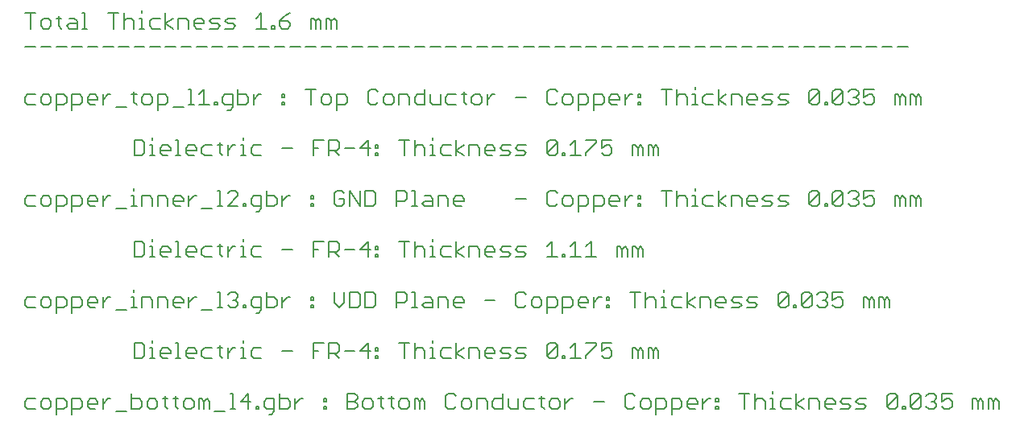
<source format=gbr>
G04 EAGLE Gerber X2 export*
%TF.Part,Single*%
%TF.FileFunction,Other,Other*%
%TF.FilePolarity,Positive*%
%TF.GenerationSoftware,Autodesk,EAGLE,8.6.3*%
%TF.CreationDate,2018-03-24T11:36:11Z*%
G75*
%MOMM*%
%FSLAX34Y34*%
%LPD*%
%AMOC8*
5,1,8,0,0,1.08239X$1,22.5*%
G01*
%ADD10C,0.152400*%


D10*
X406969Y411874D02*
X406969Y428144D01*
X401546Y428144D02*
X412393Y428144D01*
X420629Y411874D02*
X426053Y411874D01*
X428764Y414586D01*
X428764Y420009D01*
X426053Y422721D01*
X420629Y422721D01*
X417918Y420009D01*
X417918Y414586D01*
X420629Y411874D01*
X437001Y414586D02*
X437001Y425432D01*
X437001Y414586D02*
X439712Y411874D01*
X439712Y422721D02*
X434289Y422721D01*
X447915Y422721D02*
X453338Y422721D01*
X456050Y420009D01*
X456050Y411874D01*
X447915Y411874D01*
X445204Y414586D01*
X447915Y417297D01*
X456050Y417297D01*
X461575Y428144D02*
X464287Y428144D01*
X464287Y411874D01*
X466998Y411874D02*
X461575Y411874D01*
X494284Y411874D02*
X494284Y428144D01*
X488861Y428144D02*
X499708Y428144D01*
X505233Y428144D02*
X505233Y411874D01*
X505233Y420009D02*
X507944Y422721D01*
X513368Y422721D01*
X516079Y420009D01*
X516079Y411874D01*
X521604Y422721D02*
X524316Y422721D01*
X524316Y411874D01*
X527027Y411874D02*
X521604Y411874D01*
X524316Y428144D02*
X524316Y430856D01*
X535230Y422721D02*
X543365Y422721D01*
X535230Y422721D02*
X532519Y420009D01*
X532519Y414586D01*
X535230Y411874D01*
X543365Y411874D01*
X548890Y411874D02*
X548890Y428144D01*
X548890Y417297D02*
X557025Y411874D01*
X548890Y417297D02*
X557025Y422721D01*
X562533Y422721D02*
X562533Y411874D01*
X562533Y422721D02*
X570668Y422721D01*
X573380Y420009D01*
X573380Y411874D01*
X581616Y411874D02*
X587040Y411874D01*
X581616Y411874D02*
X578905Y414586D01*
X578905Y420009D01*
X581616Y422721D01*
X587040Y422721D01*
X589751Y420009D01*
X589751Y417297D01*
X578905Y417297D01*
X595276Y411874D02*
X603411Y411874D01*
X606123Y414586D01*
X603411Y417297D01*
X597988Y417297D01*
X595276Y420009D01*
X597988Y422721D01*
X606123Y422721D01*
X611648Y411874D02*
X619783Y411874D01*
X622494Y414586D01*
X619783Y417297D01*
X614359Y417297D01*
X611648Y420009D01*
X614359Y422721D01*
X622494Y422721D01*
X644391Y422721D02*
X649814Y428144D01*
X649814Y411874D01*
X644391Y411874D02*
X655237Y411874D01*
X660762Y411874D02*
X660762Y414586D01*
X663474Y414586D01*
X663474Y411874D01*
X660762Y411874D01*
X674371Y425432D02*
X679795Y428144D01*
X674371Y425432D02*
X668948Y420009D01*
X668948Y414586D01*
X671660Y411874D01*
X677083Y411874D01*
X679795Y414586D01*
X679795Y417297D01*
X677083Y420009D01*
X668948Y420009D01*
X701691Y422721D02*
X701691Y411874D01*
X701691Y422721D02*
X704403Y422721D01*
X707115Y420009D01*
X707115Y411874D01*
X707115Y420009D02*
X709826Y422721D01*
X712538Y420009D01*
X712538Y411874D01*
X718063Y411874D02*
X718063Y422721D01*
X720775Y422721D01*
X723486Y420009D01*
X723486Y411874D01*
X723486Y420009D02*
X726198Y422721D01*
X728909Y420009D01*
X728909Y411874D01*
X412393Y393339D02*
X401546Y393339D01*
X417918Y393339D02*
X428764Y393339D01*
X434289Y393339D02*
X445136Y393339D01*
X450661Y393339D02*
X461507Y393339D01*
X467032Y393339D02*
X477879Y393339D01*
X483404Y393339D02*
X494250Y393339D01*
X499775Y393339D02*
X510622Y393339D01*
X516147Y393339D02*
X526994Y393339D01*
X532519Y393339D02*
X543365Y393339D01*
X548890Y393339D02*
X559737Y393339D01*
X565262Y393339D02*
X576108Y393339D01*
X581633Y393339D02*
X592480Y393339D01*
X598005Y393339D02*
X608851Y393339D01*
X614376Y393339D02*
X625223Y393339D01*
X630748Y393339D02*
X641594Y393339D01*
X647119Y393339D02*
X657966Y393339D01*
X663491Y393339D02*
X674338Y393339D01*
X679863Y393339D02*
X690709Y393339D01*
X696234Y393339D02*
X707081Y393339D01*
X712606Y393339D02*
X723452Y393339D01*
X728977Y393339D02*
X739824Y393339D01*
X745349Y393339D02*
X756195Y393339D01*
X761720Y393339D02*
X772567Y393339D01*
X778092Y393339D02*
X788939Y393339D01*
X794464Y393339D02*
X805310Y393339D01*
X810835Y393339D02*
X821682Y393339D01*
X827207Y393339D02*
X838053Y393339D01*
X843578Y393339D02*
X854425Y393339D01*
X859950Y393339D02*
X870796Y393339D01*
X876321Y393339D02*
X887168Y393339D01*
X892693Y393339D02*
X903539Y393339D01*
X909064Y393339D02*
X919911Y393339D01*
X925436Y393339D02*
X936283Y393339D01*
X941808Y393339D02*
X952654Y393339D01*
X958179Y393339D02*
X969026Y393339D01*
X974551Y393339D02*
X985397Y393339D01*
X990922Y393339D02*
X1001769Y393339D01*
X1007294Y393339D02*
X1018140Y393339D01*
X1023665Y393339D02*
X1034512Y393339D01*
X1040037Y393339D02*
X1050884Y393339D01*
X1056409Y393339D02*
X1067255Y393339D01*
X1072780Y393339D02*
X1083627Y393339D01*
X1089152Y393339D02*
X1099998Y393339D01*
X1105523Y393339D02*
X1116370Y393339D01*
X1121895Y393339D02*
X1132741Y393339D01*
X1138266Y393339D02*
X1149113Y393339D01*
X1154638Y393339D02*
X1165484Y393339D01*
X1171009Y393339D02*
X1181856Y393339D01*
X1187381Y393339D02*
X1198228Y393339D01*
X1203753Y393339D02*
X1214599Y393339D01*
X1220124Y393339D02*
X1230971Y393339D01*
X1236496Y393339D02*
X1247342Y393339D01*
X1252867Y393339D02*
X1263714Y393339D01*
X1269239Y393339D02*
X1280085Y393339D01*
X1285610Y393339D02*
X1296457Y393339D01*
X1301982Y393339D02*
X1312829Y393339D01*
X1318354Y393339D02*
X1329200Y393339D01*
X412393Y342711D02*
X404258Y342711D01*
X401546Y339999D01*
X401546Y334576D01*
X404258Y331864D01*
X412393Y331864D01*
X420629Y331864D02*
X426053Y331864D01*
X428764Y334576D01*
X428764Y339999D01*
X426053Y342711D01*
X420629Y342711D01*
X417918Y339999D01*
X417918Y334576D01*
X420629Y331864D01*
X434289Y326441D02*
X434289Y342711D01*
X442424Y342711D01*
X445136Y339999D01*
X445136Y334576D01*
X442424Y331864D01*
X434289Y331864D01*
X450661Y326441D02*
X450661Y342711D01*
X458796Y342711D01*
X461507Y339999D01*
X461507Y334576D01*
X458796Y331864D01*
X450661Y331864D01*
X469744Y331864D02*
X475167Y331864D01*
X469744Y331864D02*
X467032Y334576D01*
X467032Y339999D01*
X469744Y342711D01*
X475167Y342711D01*
X477879Y339999D01*
X477879Y337287D01*
X467032Y337287D01*
X483404Y331864D02*
X483404Y342711D01*
X488827Y342711D02*
X483404Y337287D01*
X488827Y342711D02*
X491539Y342711D01*
X497047Y329152D02*
X507893Y329152D01*
X516130Y334576D02*
X516130Y345422D01*
X516130Y334576D02*
X518842Y331864D01*
X518842Y342711D02*
X513418Y342711D01*
X527044Y331864D02*
X532468Y331864D01*
X535179Y334576D01*
X535179Y339999D01*
X532468Y342711D01*
X527044Y342711D01*
X524333Y339999D01*
X524333Y334576D01*
X527044Y331864D01*
X540704Y326441D02*
X540704Y342711D01*
X548839Y342711D01*
X551551Y339999D01*
X551551Y334576D01*
X548839Y331864D01*
X540704Y331864D01*
X557076Y329152D02*
X567922Y329152D01*
X573447Y348134D02*
X576159Y348134D01*
X576159Y331864D01*
X573447Y331864D02*
X578871Y331864D01*
X584362Y342711D02*
X589785Y348134D01*
X589785Y331864D01*
X584362Y331864D02*
X595208Y331864D01*
X600733Y331864D02*
X600733Y334576D01*
X603445Y334576D01*
X603445Y331864D01*
X600733Y331864D01*
X614342Y326441D02*
X617054Y326441D01*
X619766Y329152D01*
X619766Y342711D01*
X611631Y342711D01*
X608919Y339999D01*
X608919Y334576D01*
X611631Y331864D01*
X619766Y331864D01*
X625291Y331864D02*
X625291Y348134D01*
X625291Y331864D02*
X633426Y331864D01*
X636137Y334576D01*
X636137Y339999D01*
X633426Y342711D01*
X625291Y342711D01*
X641662Y342711D02*
X641662Y331864D01*
X641662Y337287D02*
X647086Y342711D01*
X649797Y342711D01*
X671677Y342711D02*
X674388Y342711D01*
X674388Y339999D01*
X671677Y339999D01*
X671677Y342711D01*
X671677Y334576D02*
X674388Y334576D01*
X674388Y331864D01*
X671677Y331864D01*
X671677Y334576D01*
X701657Y331864D02*
X701657Y348134D01*
X696234Y348134D02*
X707081Y348134D01*
X715317Y331864D02*
X720741Y331864D01*
X723452Y334576D01*
X723452Y339999D01*
X720741Y342711D01*
X715317Y342711D01*
X712606Y339999D01*
X712606Y334576D01*
X715317Y331864D01*
X728977Y326441D02*
X728977Y342711D01*
X737112Y342711D01*
X739824Y339999D01*
X739824Y334576D01*
X737112Y331864D01*
X728977Y331864D01*
X769855Y348134D02*
X772567Y345422D01*
X769855Y348134D02*
X764432Y348134D01*
X761720Y345422D01*
X761720Y334576D01*
X764432Y331864D01*
X769855Y331864D01*
X772567Y334576D01*
X780804Y331864D02*
X786227Y331864D01*
X788939Y334576D01*
X788939Y339999D01*
X786227Y342711D01*
X780804Y342711D01*
X778092Y339999D01*
X778092Y334576D01*
X780804Y331864D01*
X794464Y331864D02*
X794464Y342711D01*
X802598Y342711D01*
X805310Y339999D01*
X805310Y331864D01*
X821682Y331864D02*
X821682Y348134D01*
X821682Y331864D02*
X813547Y331864D01*
X810835Y334576D01*
X810835Y339999D01*
X813547Y342711D01*
X821682Y342711D01*
X827207Y342711D02*
X827207Y334576D01*
X829918Y331864D01*
X838053Y331864D01*
X838053Y342711D01*
X846290Y342711D02*
X854425Y342711D01*
X846290Y342711D02*
X843578Y339999D01*
X843578Y334576D01*
X846290Y331864D01*
X854425Y331864D01*
X862661Y334576D02*
X862661Y345422D01*
X862661Y334576D02*
X865373Y331864D01*
X865373Y342711D02*
X859950Y342711D01*
X873576Y331864D02*
X878999Y331864D01*
X881711Y334576D01*
X881711Y339999D01*
X878999Y342711D01*
X873576Y342711D01*
X870864Y339999D01*
X870864Y334576D01*
X873576Y331864D01*
X887236Y331864D02*
X887236Y342711D01*
X892659Y342711D02*
X887236Y337287D01*
X892659Y342711D02*
X895371Y342711D01*
X917250Y339999D02*
X928097Y339999D01*
X958128Y348134D02*
X960840Y345422D01*
X958128Y348134D02*
X952705Y348134D01*
X949993Y345422D01*
X949993Y334576D01*
X952705Y331864D01*
X958128Y331864D01*
X960840Y334576D01*
X969077Y331864D02*
X974500Y331864D01*
X977212Y334576D01*
X977212Y339999D01*
X974500Y342711D01*
X969077Y342711D01*
X966365Y339999D01*
X966365Y334576D01*
X969077Y331864D01*
X982736Y326441D02*
X982736Y342711D01*
X990871Y342711D01*
X993583Y339999D01*
X993583Y334576D01*
X990871Y331864D01*
X982736Y331864D01*
X999108Y326441D02*
X999108Y342711D01*
X1007243Y342711D01*
X1009955Y339999D01*
X1009955Y334576D01*
X1007243Y331864D01*
X999108Y331864D01*
X1018191Y331864D02*
X1023615Y331864D01*
X1018191Y331864D02*
X1015480Y334576D01*
X1015480Y339999D01*
X1018191Y342711D01*
X1023615Y342711D01*
X1026326Y339999D01*
X1026326Y337287D01*
X1015480Y337287D01*
X1031851Y331864D02*
X1031851Y342711D01*
X1037274Y342711D02*
X1031851Y337287D01*
X1037274Y342711D02*
X1039986Y342711D01*
X1045494Y342711D02*
X1048206Y342711D01*
X1048206Y339999D01*
X1045494Y339999D01*
X1045494Y342711D01*
X1045494Y334576D02*
X1048206Y334576D01*
X1048206Y331864D01*
X1045494Y331864D01*
X1045494Y334576D01*
X1075475Y331864D02*
X1075475Y348134D01*
X1080898Y348134D02*
X1070051Y348134D01*
X1086423Y348134D02*
X1086423Y331864D01*
X1086423Y339999D02*
X1089135Y342711D01*
X1094558Y342711D01*
X1097270Y339999D01*
X1097270Y331864D01*
X1102795Y342711D02*
X1105506Y342711D01*
X1105506Y331864D01*
X1102795Y331864D02*
X1108218Y331864D01*
X1105506Y348134D02*
X1105506Y350846D01*
X1116421Y342711D02*
X1124556Y342711D01*
X1116421Y342711D02*
X1113709Y339999D01*
X1113709Y334576D01*
X1116421Y331864D01*
X1124556Y331864D01*
X1130081Y331864D02*
X1130081Y348134D01*
X1130081Y337287D02*
X1138215Y331864D01*
X1130081Y337287D02*
X1138215Y342711D01*
X1143724Y342711D02*
X1143724Y331864D01*
X1143724Y342711D02*
X1151858Y342711D01*
X1154570Y339999D01*
X1154570Y331864D01*
X1162807Y331864D02*
X1168230Y331864D01*
X1162807Y331864D02*
X1160095Y334576D01*
X1160095Y339999D01*
X1162807Y342711D01*
X1168230Y342711D01*
X1170942Y339999D01*
X1170942Y337287D01*
X1160095Y337287D01*
X1176467Y331864D02*
X1184602Y331864D01*
X1187313Y334576D01*
X1184602Y337287D01*
X1179178Y337287D01*
X1176467Y339999D01*
X1179178Y342711D01*
X1187313Y342711D01*
X1192838Y331864D02*
X1200973Y331864D01*
X1203685Y334576D01*
X1200973Y337287D01*
X1195550Y337287D01*
X1192838Y339999D01*
X1195550Y342711D01*
X1203685Y342711D01*
X1225581Y345422D02*
X1225581Y334576D01*
X1225581Y345422D02*
X1228293Y348134D01*
X1233716Y348134D01*
X1236428Y345422D01*
X1236428Y334576D01*
X1233716Y331864D01*
X1228293Y331864D01*
X1225581Y334576D01*
X1236428Y345422D01*
X1241953Y334576D02*
X1241953Y331864D01*
X1241953Y334576D02*
X1244665Y334576D01*
X1244665Y331864D01*
X1241953Y331864D01*
X1250139Y334576D02*
X1250139Y345422D01*
X1252850Y348134D01*
X1258274Y348134D01*
X1260985Y345422D01*
X1260985Y334576D01*
X1258274Y331864D01*
X1252850Y331864D01*
X1250139Y334576D01*
X1260985Y345422D01*
X1266510Y345422D02*
X1269222Y348134D01*
X1274645Y348134D01*
X1277357Y345422D01*
X1277357Y342711D01*
X1274645Y339999D01*
X1271934Y339999D01*
X1274645Y339999D02*
X1277357Y337287D01*
X1277357Y334576D01*
X1274645Y331864D01*
X1269222Y331864D01*
X1266510Y334576D01*
X1282882Y348134D02*
X1293728Y348134D01*
X1282882Y348134D02*
X1282882Y339999D01*
X1288305Y342711D01*
X1291017Y342711D01*
X1293728Y339999D01*
X1293728Y334576D01*
X1291017Y331864D01*
X1285593Y331864D01*
X1282882Y334576D01*
X1315625Y331864D02*
X1315625Y342711D01*
X1318337Y342711D01*
X1321048Y339999D01*
X1321048Y331864D01*
X1321048Y339999D02*
X1323760Y342711D01*
X1326472Y339999D01*
X1326472Y331864D01*
X1331996Y331864D02*
X1331996Y342711D01*
X1334708Y342711D01*
X1337420Y339999D01*
X1337420Y331864D01*
X1337420Y339999D02*
X1340131Y342711D01*
X1342843Y339999D01*
X1342843Y331864D01*
X516147Y294794D02*
X516147Y278524D01*
X524282Y278524D01*
X526994Y281236D01*
X526994Y292082D01*
X524282Y294794D01*
X516147Y294794D01*
X532519Y289371D02*
X535230Y289371D01*
X535230Y278524D01*
X532519Y278524D02*
X537942Y278524D01*
X535230Y294794D02*
X535230Y297506D01*
X546145Y278524D02*
X551568Y278524D01*
X546145Y278524D02*
X543433Y281236D01*
X543433Y286659D01*
X546145Y289371D01*
X551568Y289371D01*
X554279Y286659D01*
X554279Y283947D01*
X543433Y283947D01*
X559804Y294794D02*
X562516Y294794D01*
X562516Y278524D01*
X559804Y278524D02*
X565228Y278524D01*
X573430Y278524D02*
X578854Y278524D01*
X573430Y278524D02*
X570719Y281236D01*
X570719Y286659D01*
X573430Y289371D01*
X578854Y289371D01*
X581565Y286659D01*
X581565Y283947D01*
X570719Y283947D01*
X589802Y289371D02*
X597937Y289371D01*
X589802Y289371D02*
X587090Y286659D01*
X587090Y281236D01*
X589802Y278524D01*
X597937Y278524D01*
X606174Y281236D02*
X606174Y292082D01*
X606174Y281236D02*
X608885Y278524D01*
X608885Y289371D02*
X603462Y289371D01*
X614376Y289371D02*
X614376Y278524D01*
X614376Y283947D02*
X619800Y289371D01*
X622511Y289371D01*
X628019Y289371D02*
X630731Y289371D01*
X630731Y278524D01*
X628019Y278524D02*
X633443Y278524D01*
X630731Y294794D02*
X630731Y297506D01*
X641645Y289371D02*
X649780Y289371D01*
X641645Y289371D02*
X638934Y286659D01*
X638934Y281236D01*
X641645Y278524D01*
X649780Y278524D01*
X671677Y286659D02*
X682523Y286659D01*
X704420Y278524D02*
X704420Y294794D01*
X715267Y294794D01*
X709843Y286659D02*
X704420Y286659D01*
X720791Y278524D02*
X720791Y294794D01*
X728926Y294794D01*
X731638Y292082D01*
X731638Y286659D01*
X728926Y283947D01*
X720791Y283947D01*
X726215Y283947D02*
X731638Y278524D01*
X737163Y286659D02*
X748010Y286659D01*
X761670Y278524D02*
X761670Y294794D01*
X753535Y286659D01*
X764381Y286659D01*
X769906Y289371D02*
X772618Y289371D01*
X772618Y286659D01*
X769906Y286659D01*
X769906Y289371D01*
X769906Y281236D02*
X772618Y281236D01*
X772618Y278524D01*
X769906Y278524D01*
X769906Y281236D01*
X799887Y278524D02*
X799887Y294794D01*
X794464Y294794D02*
X805310Y294794D01*
X810835Y294794D02*
X810835Y278524D01*
X810835Y286659D02*
X813547Y289371D01*
X818970Y289371D01*
X821682Y286659D01*
X821682Y278524D01*
X827207Y289371D02*
X829918Y289371D01*
X829918Y278524D01*
X827207Y278524D02*
X832630Y278524D01*
X829918Y294794D02*
X829918Y297506D01*
X840833Y289371D02*
X848968Y289371D01*
X840833Y289371D02*
X838121Y286659D01*
X838121Y281236D01*
X840833Y278524D01*
X848968Y278524D01*
X854493Y278524D02*
X854493Y294794D01*
X854493Y283947D02*
X862628Y278524D01*
X854493Y283947D02*
X862628Y289371D01*
X868136Y289371D02*
X868136Y278524D01*
X868136Y289371D02*
X876270Y289371D01*
X878982Y286659D01*
X878982Y278524D01*
X887219Y278524D02*
X892642Y278524D01*
X887219Y278524D02*
X884507Y281236D01*
X884507Y286659D01*
X887219Y289371D01*
X892642Y289371D01*
X895354Y286659D01*
X895354Y283947D01*
X884507Y283947D01*
X900879Y278524D02*
X909014Y278524D01*
X911725Y281236D01*
X909014Y283947D01*
X903590Y283947D01*
X900879Y286659D01*
X903590Y289371D01*
X911725Y289371D01*
X917250Y278524D02*
X925385Y278524D01*
X928097Y281236D01*
X925385Y283947D01*
X919962Y283947D01*
X917250Y286659D01*
X919962Y289371D01*
X928097Y289371D01*
X949993Y292082D02*
X949993Y281236D01*
X949993Y292082D02*
X952705Y294794D01*
X958128Y294794D01*
X960840Y292082D01*
X960840Y281236D01*
X958128Y278524D01*
X952705Y278524D01*
X949993Y281236D01*
X960840Y292082D01*
X966365Y281236D02*
X966365Y278524D01*
X966365Y281236D02*
X969077Y281236D01*
X969077Y278524D01*
X966365Y278524D01*
X974551Y289371D02*
X979974Y294794D01*
X979974Y278524D01*
X974551Y278524D02*
X985397Y278524D01*
X990922Y294794D02*
X1001769Y294794D01*
X1001769Y292082D01*
X990922Y281236D01*
X990922Y278524D01*
X1007294Y294794D02*
X1018140Y294794D01*
X1007294Y294794D02*
X1007294Y286659D01*
X1012717Y289371D01*
X1015429Y289371D01*
X1018140Y286659D01*
X1018140Y281236D01*
X1015429Y278524D01*
X1010005Y278524D01*
X1007294Y281236D01*
X1040037Y278524D02*
X1040037Y289371D01*
X1042749Y289371D01*
X1045460Y286659D01*
X1045460Y278524D01*
X1045460Y286659D02*
X1048172Y289371D01*
X1050884Y286659D01*
X1050884Y278524D01*
X1056409Y278524D02*
X1056409Y289371D01*
X1059120Y289371D01*
X1061832Y286659D01*
X1061832Y278524D01*
X1061832Y286659D02*
X1064543Y289371D01*
X1067255Y286659D01*
X1067255Y278524D01*
X412393Y236031D02*
X404258Y236031D01*
X401546Y233319D01*
X401546Y227896D01*
X404258Y225184D01*
X412393Y225184D01*
X420629Y225184D02*
X426053Y225184D01*
X428764Y227896D01*
X428764Y233319D01*
X426053Y236031D01*
X420629Y236031D01*
X417918Y233319D01*
X417918Y227896D01*
X420629Y225184D01*
X434289Y219761D02*
X434289Y236031D01*
X442424Y236031D01*
X445136Y233319D01*
X445136Y227896D01*
X442424Y225184D01*
X434289Y225184D01*
X450661Y219761D02*
X450661Y236031D01*
X458796Y236031D01*
X461507Y233319D01*
X461507Y227896D01*
X458796Y225184D01*
X450661Y225184D01*
X469744Y225184D02*
X475167Y225184D01*
X469744Y225184D02*
X467032Y227896D01*
X467032Y233319D01*
X469744Y236031D01*
X475167Y236031D01*
X477879Y233319D01*
X477879Y230607D01*
X467032Y230607D01*
X483404Y225184D02*
X483404Y236031D01*
X488827Y236031D02*
X483404Y230607D01*
X488827Y236031D02*
X491539Y236031D01*
X497047Y222472D02*
X507893Y222472D01*
X513418Y236031D02*
X516130Y236031D01*
X516130Y225184D01*
X513418Y225184D02*
X518842Y225184D01*
X516130Y241454D02*
X516130Y244166D01*
X524333Y236031D02*
X524333Y225184D01*
X524333Y236031D02*
X532468Y236031D01*
X535179Y233319D01*
X535179Y225184D01*
X540704Y225184D02*
X540704Y236031D01*
X548839Y236031D01*
X551551Y233319D01*
X551551Y225184D01*
X559787Y225184D02*
X565211Y225184D01*
X559787Y225184D02*
X557076Y227896D01*
X557076Y233319D01*
X559787Y236031D01*
X565211Y236031D01*
X567922Y233319D01*
X567922Y230607D01*
X557076Y230607D01*
X573447Y225184D02*
X573447Y236031D01*
X573447Y230607D02*
X578871Y236031D01*
X581582Y236031D01*
X587090Y222472D02*
X597937Y222472D01*
X603462Y241454D02*
X606174Y241454D01*
X606174Y225184D01*
X608885Y225184D02*
X603462Y225184D01*
X614376Y225184D02*
X625223Y225184D01*
X614376Y225184D02*
X625223Y236031D01*
X625223Y238742D01*
X622511Y241454D01*
X617088Y241454D01*
X614376Y238742D01*
X630748Y227896D02*
X630748Y225184D01*
X630748Y227896D02*
X633460Y227896D01*
X633460Y225184D01*
X630748Y225184D01*
X644357Y219761D02*
X647069Y219761D01*
X649780Y222472D01*
X649780Y236031D01*
X641645Y236031D01*
X638934Y233319D01*
X638934Y227896D01*
X641645Y225184D01*
X649780Y225184D01*
X655305Y225184D02*
X655305Y241454D01*
X655305Y225184D02*
X663440Y225184D01*
X666152Y227896D01*
X666152Y233319D01*
X663440Y236031D01*
X655305Y236031D01*
X671677Y236031D02*
X671677Y225184D01*
X671677Y230607D02*
X677100Y236031D01*
X679812Y236031D01*
X701691Y236031D02*
X704403Y236031D01*
X704403Y233319D01*
X701691Y233319D01*
X701691Y236031D01*
X701691Y227896D02*
X704403Y227896D01*
X704403Y225184D01*
X701691Y225184D01*
X701691Y227896D01*
X734384Y241454D02*
X737095Y238742D01*
X734384Y241454D02*
X728960Y241454D01*
X726249Y238742D01*
X726249Y227896D01*
X728960Y225184D01*
X734384Y225184D01*
X737095Y227896D01*
X737095Y233319D01*
X731672Y233319D01*
X742620Y225184D02*
X742620Y241454D01*
X753467Y225184D01*
X753467Y241454D01*
X758992Y241454D02*
X758992Y225184D01*
X767127Y225184D01*
X769838Y227896D01*
X769838Y238742D01*
X767127Y241454D01*
X758992Y241454D01*
X791735Y241454D02*
X791735Y225184D01*
X791735Y241454D02*
X799870Y241454D01*
X802582Y238742D01*
X802582Y233319D01*
X799870Y230607D01*
X791735Y230607D01*
X808106Y241454D02*
X810818Y241454D01*
X810818Y225184D01*
X808106Y225184D02*
X813530Y225184D01*
X821732Y236031D02*
X827156Y236031D01*
X829867Y233319D01*
X829867Y225184D01*
X821732Y225184D01*
X819021Y227896D01*
X821732Y230607D01*
X829867Y230607D01*
X835392Y225184D02*
X835392Y236031D01*
X843527Y236031D01*
X846239Y233319D01*
X846239Y225184D01*
X854476Y225184D02*
X859899Y225184D01*
X854476Y225184D02*
X851764Y227896D01*
X851764Y233319D01*
X854476Y236031D01*
X859899Y236031D01*
X862611Y233319D01*
X862611Y230607D01*
X851764Y230607D01*
X917250Y233319D02*
X928097Y233319D01*
X958128Y241454D02*
X960840Y238742D01*
X958128Y241454D02*
X952705Y241454D01*
X949993Y238742D01*
X949993Y227896D01*
X952705Y225184D01*
X958128Y225184D01*
X960840Y227896D01*
X969077Y225184D02*
X974500Y225184D01*
X977212Y227896D01*
X977212Y233319D01*
X974500Y236031D01*
X969077Y236031D01*
X966365Y233319D01*
X966365Y227896D01*
X969077Y225184D01*
X982736Y219761D02*
X982736Y236031D01*
X990871Y236031D01*
X993583Y233319D01*
X993583Y227896D01*
X990871Y225184D01*
X982736Y225184D01*
X999108Y219761D02*
X999108Y236031D01*
X1007243Y236031D01*
X1009955Y233319D01*
X1009955Y227896D01*
X1007243Y225184D01*
X999108Y225184D01*
X1018191Y225184D02*
X1023615Y225184D01*
X1018191Y225184D02*
X1015480Y227896D01*
X1015480Y233319D01*
X1018191Y236031D01*
X1023615Y236031D01*
X1026326Y233319D01*
X1026326Y230607D01*
X1015480Y230607D01*
X1031851Y225184D02*
X1031851Y236031D01*
X1037274Y236031D02*
X1031851Y230607D01*
X1037274Y236031D02*
X1039986Y236031D01*
X1045494Y236031D02*
X1048206Y236031D01*
X1048206Y233319D01*
X1045494Y233319D01*
X1045494Y236031D01*
X1045494Y227896D02*
X1048206Y227896D01*
X1048206Y225184D01*
X1045494Y225184D01*
X1045494Y227896D01*
X1075475Y225184D02*
X1075475Y241454D01*
X1080898Y241454D02*
X1070051Y241454D01*
X1086423Y241454D02*
X1086423Y225184D01*
X1086423Y233319D02*
X1089135Y236031D01*
X1094558Y236031D01*
X1097270Y233319D01*
X1097270Y225184D01*
X1102795Y236031D02*
X1105506Y236031D01*
X1105506Y225184D01*
X1102795Y225184D02*
X1108218Y225184D01*
X1105506Y241454D02*
X1105506Y244166D01*
X1116421Y236031D02*
X1124556Y236031D01*
X1116421Y236031D02*
X1113709Y233319D01*
X1113709Y227896D01*
X1116421Y225184D01*
X1124556Y225184D01*
X1130081Y225184D02*
X1130081Y241454D01*
X1130081Y230607D02*
X1138215Y225184D01*
X1130081Y230607D02*
X1138215Y236031D01*
X1143724Y236031D02*
X1143724Y225184D01*
X1143724Y236031D02*
X1151858Y236031D01*
X1154570Y233319D01*
X1154570Y225184D01*
X1162807Y225184D02*
X1168230Y225184D01*
X1162807Y225184D02*
X1160095Y227896D01*
X1160095Y233319D01*
X1162807Y236031D01*
X1168230Y236031D01*
X1170942Y233319D01*
X1170942Y230607D01*
X1160095Y230607D01*
X1176467Y225184D02*
X1184602Y225184D01*
X1187313Y227896D01*
X1184602Y230607D01*
X1179178Y230607D01*
X1176467Y233319D01*
X1179178Y236031D01*
X1187313Y236031D01*
X1192838Y225184D02*
X1200973Y225184D01*
X1203685Y227896D01*
X1200973Y230607D01*
X1195550Y230607D01*
X1192838Y233319D01*
X1195550Y236031D01*
X1203685Y236031D01*
X1225581Y238742D02*
X1225581Y227896D01*
X1225581Y238742D02*
X1228293Y241454D01*
X1233716Y241454D01*
X1236428Y238742D01*
X1236428Y227896D01*
X1233716Y225184D01*
X1228293Y225184D01*
X1225581Y227896D01*
X1236428Y238742D01*
X1241953Y227896D02*
X1241953Y225184D01*
X1241953Y227896D02*
X1244665Y227896D01*
X1244665Y225184D01*
X1241953Y225184D01*
X1250139Y227896D02*
X1250139Y238742D01*
X1252850Y241454D01*
X1258274Y241454D01*
X1260985Y238742D01*
X1260985Y227896D01*
X1258274Y225184D01*
X1252850Y225184D01*
X1250139Y227896D01*
X1260985Y238742D01*
X1266510Y238742D02*
X1269222Y241454D01*
X1274645Y241454D01*
X1277357Y238742D01*
X1277357Y236031D01*
X1274645Y233319D01*
X1271934Y233319D01*
X1274645Y233319D02*
X1277357Y230607D01*
X1277357Y227896D01*
X1274645Y225184D01*
X1269222Y225184D01*
X1266510Y227896D01*
X1282882Y241454D02*
X1293728Y241454D01*
X1282882Y241454D02*
X1282882Y233319D01*
X1288305Y236031D01*
X1291017Y236031D01*
X1293728Y233319D01*
X1293728Y227896D01*
X1291017Y225184D01*
X1285593Y225184D01*
X1282882Y227896D01*
X1315625Y225184D02*
X1315625Y236031D01*
X1318337Y236031D01*
X1321048Y233319D01*
X1321048Y225184D01*
X1321048Y233319D02*
X1323760Y236031D01*
X1326472Y233319D01*
X1326472Y225184D01*
X1331996Y225184D02*
X1331996Y236031D01*
X1334708Y236031D01*
X1337420Y233319D01*
X1337420Y225184D01*
X1337420Y233319D02*
X1340131Y236031D01*
X1342843Y233319D01*
X1342843Y225184D01*
X516147Y188114D02*
X516147Y171844D01*
X524282Y171844D01*
X526994Y174556D01*
X526994Y185402D01*
X524282Y188114D01*
X516147Y188114D01*
X532519Y182691D02*
X535230Y182691D01*
X535230Y171844D01*
X532519Y171844D02*
X537942Y171844D01*
X535230Y188114D02*
X535230Y190826D01*
X546145Y171844D02*
X551568Y171844D01*
X546145Y171844D02*
X543433Y174556D01*
X543433Y179979D01*
X546145Y182691D01*
X551568Y182691D01*
X554279Y179979D01*
X554279Y177267D01*
X543433Y177267D01*
X559804Y188114D02*
X562516Y188114D01*
X562516Y171844D01*
X559804Y171844D02*
X565228Y171844D01*
X573430Y171844D02*
X578854Y171844D01*
X573430Y171844D02*
X570719Y174556D01*
X570719Y179979D01*
X573430Y182691D01*
X578854Y182691D01*
X581565Y179979D01*
X581565Y177267D01*
X570719Y177267D01*
X589802Y182691D02*
X597937Y182691D01*
X589802Y182691D02*
X587090Y179979D01*
X587090Y174556D01*
X589802Y171844D01*
X597937Y171844D01*
X606174Y174556D02*
X606174Y185402D01*
X606174Y174556D02*
X608885Y171844D01*
X608885Y182691D02*
X603462Y182691D01*
X614376Y182691D02*
X614376Y171844D01*
X614376Y177267D02*
X619800Y182691D01*
X622511Y182691D01*
X628019Y182691D02*
X630731Y182691D01*
X630731Y171844D01*
X628019Y171844D02*
X633443Y171844D01*
X630731Y188114D02*
X630731Y190826D01*
X641645Y182691D02*
X649780Y182691D01*
X641645Y182691D02*
X638934Y179979D01*
X638934Y174556D01*
X641645Y171844D01*
X649780Y171844D01*
X671677Y179979D02*
X682523Y179979D01*
X704420Y171844D02*
X704420Y188114D01*
X715267Y188114D01*
X709843Y179979D02*
X704420Y179979D01*
X720791Y171844D02*
X720791Y188114D01*
X728926Y188114D01*
X731638Y185402D01*
X731638Y179979D01*
X728926Y177267D01*
X720791Y177267D01*
X726215Y177267D02*
X731638Y171844D01*
X737163Y179979D02*
X748010Y179979D01*
X761670Y171844D02*
X761670Y188114D01*
X753535Y179979D01*
X764381Y179979D01*
X769906Y182691D02*
X772618Y182691D01*
X772618Y179979D01*
X769906Y179979D01*
X769906Y182691D01*
X769906Y174556D02*
X772618Y174556D01*
X772618Y171844D01*
X769906Y171844D01*
X769906Y174556D01*
X799887Y171844D02*
X799887Y188114D01*
X794464Y188114D02*
X805310Y188114D01*
X810835Y188114D02*
X810835Y171844D01*
X810835Y179979D02*
X813547Y182691D01*
X818970Y182691D01*
X821682Y179979D01*
X821682Y171844D01*
X827207Y182691D02*
X829918Y182691D01*
X829918Y171844D01*
X827207Y171844D02*
X832630Y171844D01*
X829918Y188114D02*
X829918Y190826D01*
X840833Y182691D02*
X848968Y182691D01*
X840833Y182691D02*
X838121Y179979D01*
X838121Y174556D01*
X840833Y171844D01*
X848968Y171844D01*
X854493Y171844D02*
X854493Y188114D01*
X854493Y177267D02*
X862628Y171844D01*
X854493Y177267D02*
X862628Y182691D01*
X868136Y182691D02*
X868136Y171844D01*
X868136Y182691D02*
X876270Y182691D01*
X878982Y179979D01*
X878982Y171844D01*
X887219Y171844D02*
X892642Y171844D01*
X887219Y171844D02*
X884507Y174556D01*
X884507Y179979D01*
X887219Y182691D01*
X892642Y182691D01*
X895354Y179979D01*
X895354Y177267D01*
X884507Y177267D01*
X900879Y171844D02*
X909014Y171844D01*
X911725Y174556D01*
X909014Y177267D01*
X903590Y177267D01*
X900879Y179979D01*
X903590Y182691D01*
X911725Y182691D01*
X917250Y171844D02*
X925385Y171844D01*
X928097Y174556D01*
X925385Y177267D01*
X919962Y177267D01*
X917250Y179979D01*
X919962Y182691D01*
X928097Y182691D01*
X949993Y182691D02*
X955417Y188114D01*
X955417Y171844D01*
X960840Y171844D02*
X949993Y171844D01*
X966365Y171844D02*
X966365Y174556D01*
X969077Y174556D01*
X969077Y171844D01*
X966365Y171844D01*
X974551Y182691D02*
X979974Y188114D01*
X979974Y171844D01*
X974551Y171844D02*
X985397Y171844D01*
X990922Y182691D02*
X996346Y188114D01*
X996346Y171844D01*
X1001769Y171844D02*
X990922Y171844D01*
X1023665Y171844D02*
X1023665Y182691D01*
X1026377Y182691D01*
X1029089Y179979D01*
X1029089Y171844D01*
X1029089Y179979D02*
X1031800Y182691D01*
X1034512Y179979D01*
X1034512Y171844D01*
X1040037Y171844D02*
X1040037Y182691D01*
X1042749Y182691D01*
X1045460Y179979D01*
X1045460Y171844D01*
X1045460Y179979D02*
X1048172Y182691D01*
X1050884Y179979D01*
X1050884Y171844D01*
X412393Y129351D02*
X404258Y129351D01*
X401546Y126639D01*
X401546Y121216D01*
X404258Y118504D01*
X412393Y118504D01*
X420629Y118504D02*
X426053Y118504D01*
X428764Y121216D01*
X428764Y126639D01*
X426053Y129351D01*
X420629Y129351D01*
X417918Y126639D01*
X417918Y121216D01*
X420629Y118504D01*
X434289Y113081D02*
X434289Y129351D01*
X442424Y129351D01*
X445136Y126639D01*
X445136Y121216D01*
X442424Y118504D01*
X434289Y118504D01*
X450661Y113081D02*
X450661Y129351D01*
X458796Y129351D01*
X461507Y126639D01*
X461507Y121216D01*
X458796Y118504D01*
X450661Y118504D01*
X469744Y118504D02*
X475167Y118504D01*
X469744Y118504D02*
X467032Y121216D01*
X467032Y126639D01*
X469744Y129351D01*
X475167Y129351D01*
X477879Y126639D01*
X477879Y123927D01*
X467032Y123927D01*
X483404Y118504D02*
X483404Y129351D01*
X488827Y129351D02*
X483404Y123927D01*
X488827Y129351D02*
X491539Y129351D01*
X497047Y115792D02*
X507893Y115792D01*
X513418Y129351D02*
X516130Y129351D01*
X516130Y118504D01*
X513418Y118504D02*
X518842Y118504D01*
X516130Y134774D02*
X516130Y137486D01*
X524333Y129351D02*
X524333Y118504D01*
X524333Y129351D02*
X532468Y129351D01*
X535179Y126639D01*
X535179Y118504D01*
X540704Y118504D02*
X540704Y129351D01*
X548839Y129351D01*
X551551Y126639D01*
X551551Y118504D01*
X559787Y118504D02*
X565211Y118504D01*
X559787Y118504D02*
X557076Y121216D01*
X557076Y126639D01*
X559787Y129351D01*
X565211Y129351D01*
X567922Y126639D01*
X567922Y123927D01*
X557076Y123927D01*
X573447Y118504D02*
X573447Y129351D01*
X573447Y123927D02*
X578871Y129351D01*
X581582Y129351D01*
X587090Y115792D02*
X597937Y115792D01*
X603462Y134774D02*
X606174Y134774D01*
X606174Y118504D01*
X608885Y118504D02*
X603462Y118504D01*
X614376Y132062D02*
X617088Y134774D01*
X622511Y134774D01*
X625223Y132062D01*
X625223Y129351D01*
X622511Y126639D01*
X619800Y126639D01*
X622511Y126639D02*
X625223Y123927D01*
X625223Y121216D01*
X622511Y118504D01*
X617088Y118504D01*
X614376Y121216D01*
X630748Y121216D02*
X630748Y118504D01*
X630748Y121216D02*
X633460Y121216D01*
X633460Y118504D01*
X630748Y118504D01*
X644357Y113081D02*
X647069Y113081D01*
X649780Y115792D01*
X649780Y129351D01*
X641645Y129351D01*
X638934Y126639D01*
X638934Y121216D01*
X641645Y118504D01*
X649780Y118504D01*
X655305Y118504D02*
X655305Y134774D01*
X655305Y118504D02*
X663440Y118504D01*
X666152Y121216D01*
X666152Y126639D01*
X663440Y129351D01*
X655305Y129351D01*
X671677Y129351D02*
X671677Y118504D01*
X671677Y123927D02*
X677100Y129351D01*
X679812Y129351D01*
X701691Y129351D02*
X704403Y129351D01*
X704403Y126639D01*
X701691Y126639D01*
X701691Y129351D01*
X701691Y121216D02*
X704403Y121216D01*
X704403Y118504D01*
X701691Y118504D01*
X701691Y121216D01*
X726249Y123927D02*
X726249Y134774D01*
X726249Y123927D02*
X731672Y118504D01*
X737095Y123927D01*
X737095Y134774D01*
X742620Y134774D02*
X742620Y118504D01*
X750755Y118504D01*
X753467Y121216D01*
X753467Y132062D01*
X750755Y134774D01*
X742620Y134774D01*
X758992Y134774D02*
X758992Y118504D01*
X767127Y118504D01*
X769838Y121216D01*
X769838Y132062D01*
X767127Y134774D01*
X758992Y134774D01*
X791735Y134774D02*
X791735Y118504D01*
X791735Y134774D02*
X799870Y134774D01*
X802582Y132062D01*
X802582Y126639D01*
X799870Y123927D01*
X791735Y123927D01*
X808106Y134774D02*
X810818Y134774D01*
X810818Y118504D01*
X808106Y118504D02*
X813530Y118504D01*
X821732Y129351D02*
X827156Y129351D01*
X829867Y126639D01*
X829867Y118504D01*
X821732Y118504D01*
X819021Y121216D01*
X821732Y123927D01*
X829867Y123927D01*
X835392Y118504D02*
X835392Y129351D01*
X843527Y129351D01*
X846239Y126639D01*
X846239Y118504D01*
X854476Y118504D02*
X859899Y118504D01*
X854476Y118504D02*
X851764Y121216D01*
X851764Y126639D01*
X854476Y129351D01*
X859899Y129351D01*
X862611Y126639D01*
X862611Y123927D01*
X851764Y123927D01*
X884507Y126639D02*
X895354Y126639D01*
X925385Y134774D02*
X928097Y132062D01*
X925385Y134774D02*
X919962Y134774D01*
X917250Y132062D01*
X917250Y121216D01*
X919962Y118504D01*
X925385Y118504D01*
X928097Y121216D01*
X936333Y118504D02*
X941757Y118504D01*
X944468Y121216D01*
X944468Y126639D01*
X941757Y129351D01*
X936333Y129351D01*
X933622Y126639D01*
X933622Y121216D01*
X936333Y118504D01*
X949993Y113081D02*
X949993Y129351D01*
X958128Y129351D01*
X960840Y126639D01*
X960840Y121216D01*
X958128Y118504D01*
X949993Y118504D01*
X966365Y113081D02*
X966365Y129351D01*
X974500Y129351D01*
X977212Y126639D01*
X977212Y121216D01*
X974500Y118504D01*
X966365Y118504D01*
X985448Y118504D02*
X990871Y118504D01*
X985448Y118504D02*
X982736Y121216D01*
X982736Y126639D01*
X985448Y129351D01*
X990871Y129351D01*
X993583Y126639D01*
X993583Y123927D01*
X982736Y123927D01*
X999108Y118504D02*
X999108Y129351D01*
X1004531Y129351D02*
X999108Y123927D01*
X1004531Y129351D02*
X1007243Y129351D01*
X1012751Y129351D02*
X1015463Y129351D01*
X1015463Y126639D01*
X1012751Y126639D01*
X1012751Y129351D01*
X1012751Y121216D02*
X1015463Y121216D01*
X1015463Y118504D01*
X1012751Y118504D01*
X1012751Y121216D01*
X1042732Y118504D02*
X1042732Y134774D01*
X1048155Y134774D02*
X1037308Y134774D01*
X1053680Y134774D02*
X1053680Y118504D01*
X1053680Y126639D02*
X1056392Y129351D01*
X1061815Y129351D01*
X1064527Y126639D01*
X1064527Y118504D01*
X1070051Y129351D02*
X1072763Y129351D01*
X1072763Y118504D01*
X1070051Y118504D02*
X1075475Y118504D01*
X1072763Y134774D02*
X1072763Y137486D01*
X1083677Y129351D02*
X1091812Y129351D01*
X1083677Y129351D02*
X1080966Y126639D01*
X1080966Y121216D01*
X1083677Y118504D01*
X1091812Y118504D01*
X1097337Y118504D02*
X1097337Y134774D01*
X1097337Y123927D02*
X1105472Y118504D01*
X1097337Y123927D02*
X1105472Y129351D01*
X1110980Y129351D02*
X1110980Y118504D01*
X1110980Y129351D02*
X1119115Y129351D01*
X1121827Y126639D01*
X1121827Y118504D01*
X1130064Y118504D02*
X1135487Y118504D01*
X1130064Y118504D02*
X1127352Y121216D01*
X1127352Y126639D01*
X1130064Y129351D01*
X1135487Y129351D01*
X1138199Y126639D01*
X1138199Y123927D01*
X1127352Y123927D01*
X1143724Y118504D02*
X1151858Y118504D01*
X1154570Y121216D01*
X1151858Y123927D01*
X1146435Y123927D01*
X1143724Y126639D01*
X1146435Y129351D01*
X1154570Y129351D01*
X1160095Y118504D02*
X1168230Y118504D01*
X1170942Y121216D01*
X1168230Y123927D01*
X1162807Y123927D01*
X1160095Y126639D01*
X1162807Y129351D01*
X1170942Y129351D01*
X1192838Y132062D02*
X1192838Y121216D01*
X1192838Y132062D02*
X1195550Y134774D01*
X1200973Y134774D01*
X1203685Y132062D01*
X1203685Y121216D01*
X1200973Y118504D01*
X1195550Y118504D01*
X1192838Y121216D01*
X1203685Y132062D01*
X1209210Y121216D02*
X1209210Y118504D01*
X1209210Y121216D02*
X1211921Y121216D01*
X1211921Y118504D01*
X1209210Y118504D01*
X1217396Y121216D02*
X1217396Y132062D01*
X1220107Y134774D01*
X1225530Y134774D01*
X1228242Y132062D01*
X1228242Y121216D01*
X1225530Y118504D01*
X1220107Y118504D01*
X1217396Y121216D01*
X1228242Y132062D01*
X1233767Y132062D02*
X1236479Y134774D01*
X1241902Y134774D01*
X1244614Y132062D01*
X1244614Y129351D01*
X1241902Y126639D01*
X1239190Y126639D01*
X1241902Y126639D02*
X1244614Y123927D01*
X1244614Y121216D01*
X1241902Y118504D01*
X1236479Y118504D01*
X1233767Y121216D01*
X1250139Y134774D02*
X1260985Y134774D01*
X1250139Y134774D02*
X1250139Y126639D01*
X1255562Y129351D01*
X1258274Y129351D01*
X1260985Y126639D01*
X1260985Y121216D01*
X1258274Y118504D01*
X1252850Y118504D01*
X1250139Y121216D01*
X1282882Y118504D02*
X1282882Y129351D01*
X1285593Y129351D01*
X1288305Y126639D01*
X1288305Y118504D01*
X1288305Y126639D02*
X1291017Y129351D01*
X1293728Y126639D01*
X1293728Y118504D01*
X1299253Y118504D02*
X1299253Y129351D01*
X1301965Y129351D01*
X1304677Y126639D01*
X1304677Y118504D01*
X1304677Y126639D02*
X1307388Y129351D01*
X1310100Y126639D01*
X1310100Y118504D01*
X516147Y81434D02*
X516147Y65164D01*
X524282Y65164D01*
X526994Y67876D01*
X526994Y78722D01*
X524282Y81434D01*
X516147Y81434D01*
X532519Y76011D02*
X535230Y76011D01*
X535230Y65164D01*
X532519Y65164D02*
X537942Y65164D01*
X535230Y81434D02*
X535230Y84146D01*
X546145Y65164D02*
X551568Y65164D01*
X546145Y65164D02*
X543433Y67876D01*
X543433Y73299D01*
X546145Y76011D01*
X551568Y76011D01*
X554279Y73299D01*
X554279Y70587D01*
X543433Y70587D01*
X559804Y81434D02*
X562516Y81434D01*
X562516Y65164D01*
X559804Y65164D02*
X565228Y65164D01*
X573430Y65164D02*
X578854Y65164D01*
X573430Y65164D02*
X570719Y67876D01*
X570719Y73299D01*
X573430Y76011D01*
X578854Y76011D01*
X581565Y73299D01*
X581565Y70587D01*
X570719Y70587D01*
X589802Y76011D02*
X597937Y76011D01*
X589802Y76011D02*
X587090Y73299D01*
X587090Y67876D01*
X589802Y65164D01*
X597937Y65164D01*
X606174Y67876D02*
X606174Y78722D01*
X606174Y67876D02*
X608885Y65164D01*
X608885Y76011D02*
X603462Y76011D01*
X614376Y76011D02*
X614376Y65164D01*
X614376Y70587D02*
X619800Y76011D01*
X622511Y76011D01*
X628019Y76011D02*
X630731Y76011D01*
X630731Y65164D01*
X628019Y65164D02*
X633443Y65164D01*
X630731Y81434D02*
X630731Y84146D01*
X641645Y76011D02*
X649780Y76011D01*
X641645Y76011D02*
X638934Y73299D01*
X638934Y67876D01*
X641645Y65164D01*
X649780Y65164D01*
X671677Y73299D02*
X682523Y73299D01*
X704420Y65164D02*
X704420Y81434D01*
X715267Y81434D01*
X709843Y73299D02*
X704420Y73299D01*
X720791Y65164D02*
X720791Y81434D01*
X728926Y81434D01*
X731638Y78722D01*
X731638Y73299D01*
X728926Y70587D01*
X720791Y70587D01*
X726215Y70587D02*
X731638Y65164D01*
X737163Y73299D02*
X748010Y73299D01*
X761670Y65164D02*
X761670Y81434D01*
X753535Y73299D01*
X764381Y73299D01*
X769906Y76011D02*
X772618Y76011D01*
X772618Y73299D01*
X769906Y73299D01*
X769906Y76011D01*
X769906Y67876D02*
X772618Y67876D01*
X772618Y65164D01*
X769906Y65164D01*
X769906Y67876D01*
X799887Y65164D02*
X799887Y81434D01*
X794464Y81434D02*
X805310Y81434D01*
X810835Y81434D02*
X810835Y65164D01*
X810835Y73299D02*
X813547Y76011D01*
X818970Y76011D01*
X821682Y73299D01*
X821682Y65164D01*
X827207Y76011D02*
X829918Y76011D01*
X829918Y65164D01*
X827207Y65164D02*
X832630Y65164D01*
X829918Y81434D02*
X829918Y84146D01*
X840833Y76011D02*
X848968Y76011D01*
X840833Y76011D02*
X838121Y73299D01*
X838121Y67876D01*
X840833Y65164D01*
X848968Y65164D01*
X854493Y65164D02*
X854493Y81434D01*
X854493Y70587D02*
X862628Y65164D01*
X854493Y70587D02*
X862628Y76011D01*
X868136Y76011D02*
X868136Y65164D01*
X868136Y76011D02*
X876270Y76011D01*
X878982Y73299D01*
X878982Y65164D01*
X887219Y65164D02*
X892642Y65164D01*
X887219Y65164D02*
X884507Y67876D01*
X884507Y73299D01*
X887219Y76011D01*
X892642Y76011D01*
X895354Y73299D01*
X895354Y70587D01*
X884507Y70587D01*
X900879Y65164D02*
X909014Y65164D01*
X911725Y67876D01*
X909014Y70587D01*
X903590Y70587D01*
X900879Y73299D01*
X903590Y76011D01*
X911725Y76011D01*
X917250Y65164D02*
X925385Y65164D01*
X928097Y67876D01*
X925385Y70587D01*
X919962Y70587D01*
X917250Y73299D01*
X919962Y76011D01*
X928097Y76011D01*
X949993Y78722D02*
X949993Y67876D01*
X949993Y78722D02*
X952705Y81434D01*
X958128Y81434D01*
X960840Y78722D01*
X960840Y67876D01*
X958128Y65164D01*
X952705Y65164D01*
X949993Y67876D01*
X960840Y78722D01*
X966365Y67876D02*
X966365Y65164D01*
X966365Y67876D02*
X969077Y67876D01*
X969077Y65164D01*
X966365Y65164D01*
X974551Y76011D02*
X979974Y81434D01*
X979974Y65164D01*
X974551Y65164D02*
X985397Y65164D01*
X990922Y81434D02*
X1001769Y81434D01*
X1001769Y78722D01*
X990922Y67876D01*
X990922Y65164D01*
X1007294Y81434D02*
X1018140Y81434D01*
X1007294Y81434D02*
X1007294Y73299D01*
X1012717Y76011D01*
X1015429Y76011D01*
X1018140Y73299D01*
X1018140Y67876D01*
X1015429Y65164D01*
X1010005Y65164D01*
X1007294Y67876D01*
X1040037Y65164D02*
X1040037Y76011D01*
X1042749Y76011D01*
X1045460Y73299D01*
X1045460Y65164D01*
X1045460Y73299D02*
X1048172Y76011D01*
X1050884Y73299D01*
X1050884Y65164D01*
X1056409Y65164D02*
X1056409Y76011D01*
X1059120Y76011D01*
X1061832Y73299D01*
X1061832Y65164D01*
X1061832Y73299D02*
X1064543Y76011D01*
X1067255Y73299D01*
X1067255Y65164D01*
X412393Y22671D02*
X404258Y22671D01*
X401546Y19959D01*
X401546Y14536D01*
X404258Y11824D01*
X412393Y11824D01*
X420629Y11824D02*
X426053Y11824D01*
X428764Y14536D01*
X428764Y19959D01*
X426053Y22671D01*
X420629Y22671D01*
X417918Y19959D01*
X417918Y14536D01*
X420629Y11824D01*
X434289Y6401D02*
X434289Y22671D01*
X442424Y22671D01*
X445136Y19959D01*
X445136Y14536D01*
X442424Y11824D01*
X434289Y11824D01*
X450661Y6401D02*
X450661Y22671D01*
X458796Y22671D01*
X461507Y19959D01*
X461507Y14536D01*
X458796Y11824D01*
X450661Y11824D01*
X469744Y11824D02*
X475167Y11824D01*
X469744Y11824D02*
X467032Y14536D01*
X467032Y19959D01*
X469744Y22671D01*
X475167Y22671D01*
X477879Y19959D01*
X477879Y17247D01*
X467032Y17247D01*
X483404Y11824D02*
X483404Y22671D01*
X488827Y22671D02*
X483404Y17247D01*
X488827Y22671D02*
X491539Y22671D01*
X497047Y9112D02*
X507893Y9112D01*
X513418Y11824D02*
X513418Y28094D01*
X513418Y11824D02*
X521553Y11824D01*
X524265Y14536D01*
X524265Y19959D01*
X521553Y22671D01*
X513418Y22671D01*
X532502Y11824D02*
X537925Y11824D01*
X540637Y14536D01*
X540637Y19959D01*
X537925Y22671D01*
X532502Y22671D01*
X529790Y19959D01*
X529790Y14536D01*
X532502Y11824D01*
X548873Y14536D02*
X548873Y25382D01*
X548873Y14536D02*
X551585Y11824D01*
X551585Y22671D02*
X546161Y22671D01*
X559787Y25382D02*
X559787Y14536D01*
X562499Y11824D01*
X562499Y22671D02*
X557076Y22671D01*
X570702Y11824D02*
X576125Y11824D01*
X578837Y14536D01*
X578837Y19959D01*
X576125Y22671D01*
X570702Y22671D01*
X567990Y19959D01*
X567990Y14536D01*
X570702Y11824D01*
X584362Y11824D02*
X584362Y22671D01*
X587073Y22671D01*
X589785Y19959D01*
X589785Y11824D01*
X589785Y19959D02*
X592497Y22671D01*
X595208Y19959D01*
X595208Y11824D01*
X600733Y9112D02*
X611580Y9112D01*
X617105Y28094D02*
X619817Y28094D01*
X619817Y11824D01*
X622528Y11824D02*
X617105Y11824D01*
X636154Y11824D02*
X636154Y28094D01*
X628019Y19959D01*
X638866Y19959D01*
X644391Y14536D02*
X644391Y11824D01*
X644391Y14536D02*
X647102Y14536D01*
X647102Y11824D01*
X644391Y11824D01*
X658000Y6401D02*
X660712Y6401D01*
X663423Y9112D01*
X663423Y22671D01*
X655288Y22671D01*
X652577Y19959D01*
X652577Y14536D01*
X655288Y11824D01*
X663423Y11824D01*
X668948Y11824D02*
X668948Y28094D01*
X668948Y11824D02*
X677083Y11824D01*
X679795Y14536D01*
X679795Y19959D01*
X677083Y22671D01*
X668948Y22671D01*
X685320Y22671D02*
X685320Y11824D01*
X685320Y17247D02*
X690743Y22671D01*
X693455Y22671D01*
X715334Y22671D02*
X718046Y22671D01*
X718046Y19959D01*
X715334Y19959D01*
X715334Y22671D01*
X715334Y14536D02*
X718046Y14536D01*
X718046Y11824D01*
X715334Y11824D01*
X715334Y14536D01*
X739892Y11824D02*
X739892Y28094D01*
X748027Y28094D01*
X750738Y25382D01*
X750738Y22671D01*
X748027Y19959D01*
X750738Y17247D01*
X750738Y14536D01*
X748027Y11824D01*
X739892Y11824D01*
X739892Y19959D02*
X748027Y19959D01*
X758975Y11824D02*
X764398Y11824D01*
X767110Y14536D01*
X767110Y19959D01*
X764398Y22671D01*
X758975Y22671D01*
X756263Y19959D01*
X756263Y14536D01*
X758975Y11824D01*
X775346Y14536D02*
X775346Y25382D01*
X775346Y14536D02*
X778058Y11824D01*
X778058Y22671D02*
X772635Y22671D01*
X786261Y25382D02*
X786261Y14536D01*
X788972Y11824D01*
X788972Y22671D02*
X783549Y22671D01*
X797175Y11824D02*
X802598Y11824D01*
X805310Y14536D01*
X805310Y19959D01*
X802598Y22671D01*
X797175Y22671D01*
X794464Y19959D01*
X794464Y14536D01*
X797175Y11824D01*
X810835Y11824D02*
X810835Y22671D01*
X813547Y22671D01*
X816258Y19959D01*
X816258Y11824D01*
X816258Y19959D02*
X818970Y22671D01*
X821682Y19959D01*
X821682Y11824D01*
X851713Y28094D02*
X854425Y25382D01*
X851713Y28094D02*
X846290Y28094D01*
X843578Y25382D01*
X843578Y14536D01*
X846290Y11824D01*
X851713Y11824D01*
X854425Y14536D01*
X862661Y11824D02*
X868085Y11824D01*
X870796Y14536D01*
X870796Y19959D01*
X868085Y22671D01*
X862661Y22671D01*
X859950Y19959D01*
X859950Y14536D01*
X862661Y11824D01*
X876321Y11824D02*
X876321Y22671D01*
X884456Y22671D01*
X887168Y19959D01*
X887168Y11824D01*
X903539Y11824D02*
X903539Y28094D01*
X903539Y11824D02*
X895405Y11824D01*
X892693Y14536D01*
X892693Y19959D01*
X895405Y22671D01*
X903539Y22671D01*
X909064Y22671D02*
X909064Y14536D01*
X911776Y11824D01*
X919911Y11824D01*
X919911Y22671D01*
X928148Y22671D02*
X936283Y22671D01*
X928148Y22671D02*
X925436Y19959D01*
X925436Y14536D01*
X928148Y11824D01*
X936283Y11824D01*
X944519Y14536D02*
X944519Y25382D01*
X944519Y14536D02*
X947231Y11824D01*
X947231Y22671D02*
X941808Y22671D01*
X955434Y11824D02*
X960857Y11824D01*
X963569Y14536D01*
X963569Y19959D01*
X960857Y22671D01*
X955434Y22671D01*
X952722Y19959D01*
X952722Y14536D01*
X955434Y11824D01*
X969094Y11824D02*
X969094Y22671D01*
X974517Y22671D02*
X969094Y17247D01*
X974517Y22671D02*
X977228Y22671D01*
X999108Y19959D02*
X1009955Y19959D01*
X1039986Y28094D02*
X1042698Y25382D01*
X1039986Y28094D02*
X1034563Y28094D01*
X1031851Y25382D01*
X1031851Y14536D01*
X1034563Y11824D01*
X1039986Y11824D01*
X1042698Y14536D01*
X1050934Y11824D02*
X1056358Y11824D01*
X1059069Y14536D01*
X1059069Y19959D01*
X1056358Y22671D01*
X1050934Y22671D01*
X1048223Y19959D01*
X1048223Y14536D01*
X1050934Y11824D01*
X1064594Y6401D02*
X1064594Y22671D01*
X1072729Y22671D01*
X1075441Y19959D01*
X1075441Y14536D01*
X1072729Y11824D01*
X1064594Y11824D01*
X1080966Y6401D02*
X1080966Y22671D01*
X1089101Y22671D01*
X1091812Y19959D01*
X1091812Y14536D01*
X1089101Y11824D01*
X1080966Y11824D01*
X1100049Y11824D02*
X1105472Y11824D01*
X1100049Y11824D02*
X1097337Y14536D01*
X1097337Y19959D01*
X1100049Y22671D01*
X1105472Y22671D01*
X1108184Y19959D01*
X1108184Y17247D01*
X1097337Y17247D01*
X1113709Y11824D02*
X1113709Y22671D01*
X1119132Y22671D02*
X1113709Y17247D01*
X1119132Y22671D02*
X1121844Y22671D01*
X1127352Y22671D02*
X1130064Y22671D01*
X1130064Y19959D01*
X1127352Y19959D01*
X1127352Y22671D01*
X1127352Y14536D02*
X1130064Y14536D01*
X1130064Y11824D01*
X1127352Y11824D01*
X1127352Y14536D01*
X1157333Y11824D02*
X1157333Y28094D01*
X1162756Y28094D02*
X1151909Y28094D01*
X1168281Y28094D02*
X1168281Y11824D01*
X1168281Y19959D02*
X1170992Y22671D01*
X1176416Y22671D01*
X1179127Y19959D01*
X1179127Y11824D01*
X1184652Y22671D02*
X1187364Y22671D01*
X1187364Y11824D01*
X1184652Y11824D02*
X1190076Y11824D01*
X1187364Y28094D02*
X1187364Y30806D01*
X1198278Y22671D02*
X1206413Y22671D01*
X1198278Y22671D02*
X1195567Y19959D01*
X1195567Y14536D01*
X1198278Y11824D01*
X1206413Y11824D01*
X1211938Y11824D02*
X1211938Y28094D01*
X1211938Y17247D02*
X1220073Y11824D01*
X1211938Y17247D02*
X1220073Y22671D01*
X1225581Y22671D02*
X1225581Y11824D01*
X1225581Y22671D02*
X1233716Y22671D01*
X1236428Y19959D01*
X1236428Y11824D01*
X1244665Y11824D02*
X1250088Y11824D01*
X1244665Y11824D02*
X1241953Y14536D01*
X1241953Y19959D01*
X1244665Y22671D01*
X1250088Y22671D01*
X1252799Y19959D01*
X1252799Y17247D01*
X1241953Y17247D01*
X1258324Y11824D02*
X1266459Y11824D01*
X1269171Y14536D01*
X1266459Y17247D01*
X1261036Y17247D01*
X1258324Y19959D01*
X1261036Y22671D01*
X1269171Y22671D01*
X1274696Y11824D02*
X1282831Y11824D01*
X1285543Y14536D01*
X1282831Y17247D01*
X1277408Y17247D01*
X1274696Y19959D01*
X1277408Y22671D01*
X1285543Y22671D01*
X1307439Y25382D02*
X1307439Y14536D01*
X1307439Y25382D02*
X1310151Y28094D01*
X1315574Y28094D01*
X1318286Y25382D01*
X1318286Y14536D01*
X1315574Y11824D01*
X1310151Y11824D01*
X1307439Y14536D01*
X1318286Y25382D01*
X1323811Y14536D02*
X1323811Y11824D01*
X1323811Y14536D02*
X1326522Y14536D01*
X1326522Y11824D01*
X1323811Y11824D01*
X1331996Y14536D02*
X1331996Y25382D01*
X1334708Y28094D01*
X1340131Y28094D01*
X1342843Y25382D01*
X1342843Y14536D01*
X1340131Y11824D01*
X1334708Y11824D01*
X1331996Y14536D01*
X1342843Y25382D01*
X1348368Y25382D02*
X1351080Y28094D01*
X1356503Y28094D01*
X1359215Y25382D01*
X1359215Y22671D01*
X1356503Y19959D01*
X1353791Y19959D01*
X1356503Y19959D02*
X1359215Y17247D01*
X1359215Y14536D01*
X1356503Y11824D01*
X1351080Y11824D01*
X1348368Y14536D01*
X1364740Y28094D02*
X1375586Y28094D01*
X1364740Y28094D02*
X1364740Y19959D01*
X1370163Y22671D01*
X1372875Y22671D01*
X1375586Y19959D01*
X1375586Y14536D01*
X1372875Y11824D01*
X1367451Y11824D01*
X1364740Y14536D01*
X1397483Y11824D02*
X1397483Y22671D01*
X1400194Y22671D01*
X1402906Y19959D01*
X1402906Y11824D01*
X1402906Y19959D02*
X1405618Y22671D01*
X1408329Y19959D01*
X1408329Y11824D01*
X1413854Y11824D02*
X1413854Y22671D01*
X1416566Y22671D01*
X1419278Y19959D01*
X1419278Y11824D01*
X1419278Y19959D02*
X1421989Y22671D01*
X1424701Y19959D01*
X1424701Y11824D01*
M02*

</source>
